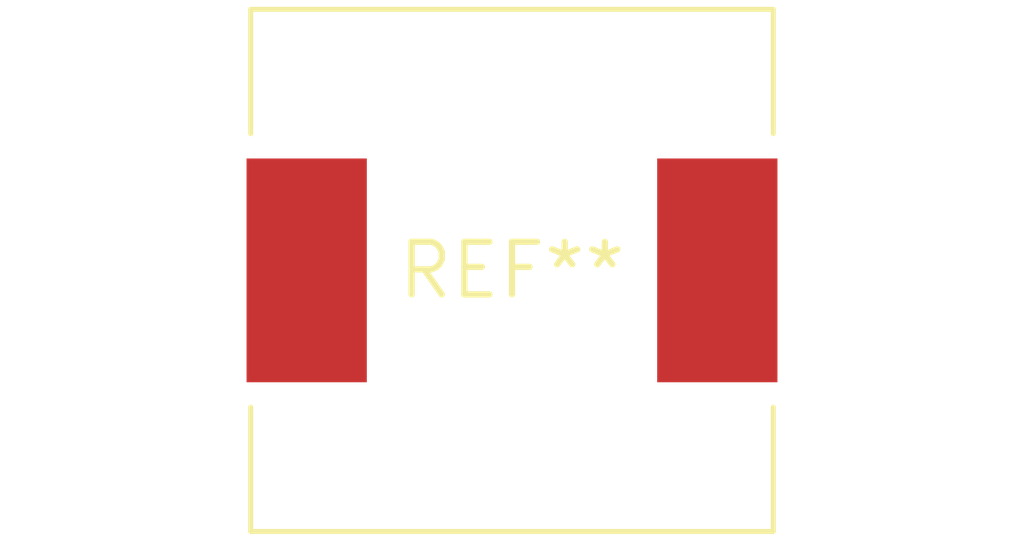
<source format=kicad_pcb>
(kicad_pcb (version 20240108) (generator pcbnew)
  (layers (0 "F.Cu" signal) (31 "B.Cu" signal) (34 "B.Paste" user) (35 "F.Paste" user) (36 "B.SilkS" user "B.Silkscreen") (37 "F.SilkS" user "F.Silkscreen") (38 "B.Mask" user) (39 "F.Mask" user) (44 "Edge.Cuts" user))
  (net 0 "")
  (footprint "L_Wuerth_WE-PD-Typ-LS" (layer "F.Cu") (at 0 0)
    (property "Reference" "REF**")
    (property "Value" "L_Wuerth_WE-PD-Typ-LS")
    (fp_line (start -6.3 -6.3) (end 6.3 -6.3) (layer "F.SilkS") (stroke (width 0.12)))
    (fp_line (start -6.3 -3.3) (end -6.3 -6.3) (layer "F.SilkS") (stroke (width 0.12)))
    (fp_line (start -6.3 6.3) (end -6.3 3.3) (layer "F.SilkS") (stroke (width 0.12)))
    (fp_line (start 6.3 -6.3) (end 6.3 -3.3) (layer "F.SilkS") (stroke (width 0.12)))
    (fp_line (start 6.3 3.3) (end 6.3 6.3) (layer "F.SilkS") (stroke (width 0.12)))
    (fp_line (start 6.3 6.3) (end -6.3 6.3) (layer "F.SilkS") (stroke (width 0.12)))
    (pad "1" smd rect (at -4.95 0) (size 2.9 5.4) (layers "F.Cu" "F.Paste" "F.Mask"))
    (pad "2" smd rect (at 4.95 0) (size 2.9 5.4) (layers "F.Cu" "F.Paste" "F.Mask"))
  )
)
</source>
